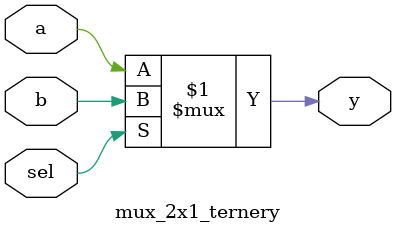
<source format=v>
`timescale 1ns / 1ps
module mux_2x1_ternery(
                    input a,b,sel,
                    output y
                    );
                    
   assign y = sel ? b : a;
   
 endmodule
</source>
